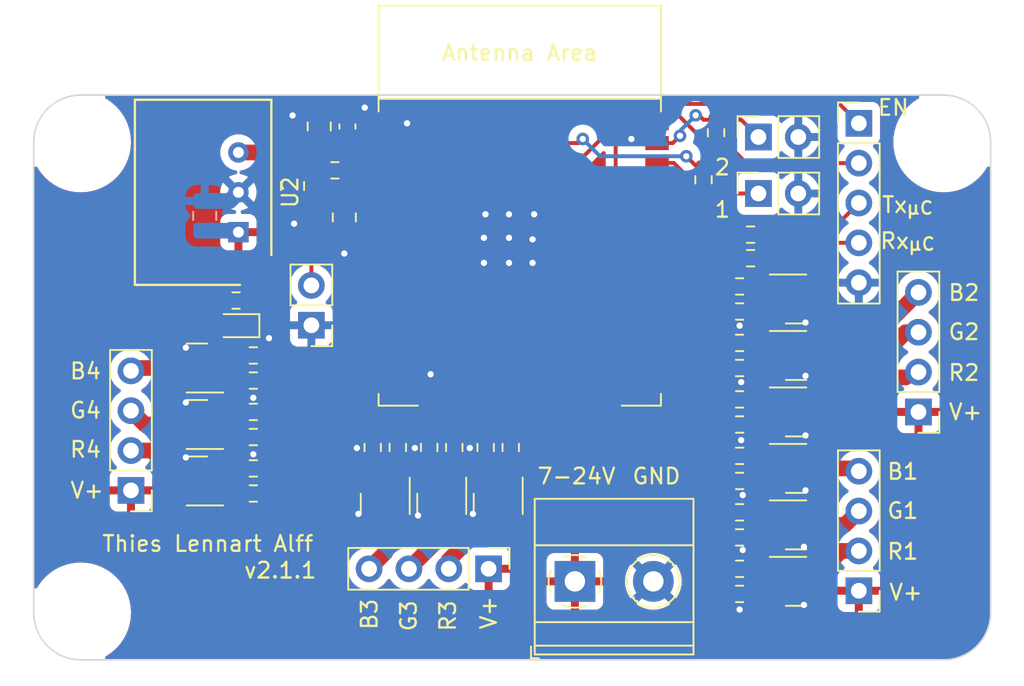
<source format=kicad_pcb>
(kicad_pcb (version 20221018) (generator pcbnew)

  (general
    (thickness 1.6)
  )

  (paper "A4")
  (layers
    (0 "F.Cu" signal)
    (31 "B.Cu" signal)
    (32 "B.Adhes" user "B.Adhesive")
    (33 "F.Adhes" user "F.Adhesive")
    (34 "B.Paste" user)
    (35 "F.Paste" user)
    (36 "B.SilkS" user "B.Silkscreen")
    (37 "F.SilkS" user "F.Silkscreen")
    (38 "B.Mask" user)
    (39 "F.Mask" user)
    (40 "Dwgs.User" user "User.Drawings")
    (41 "Cmts.User" user "User.Comments")
    (42 "Eco1.User" user "User.Eco1")
    (43 "Eco2.User" user "User.Eco2")
    (44 "Edge.Cuts" user)
    (45 "Margin" user)
    (46 "B.CrtYd" user "B.Courtyard")
    (47 "F.CrtYd" user "F.Courtyard")
    (48 "B.Fab" user)
    (49 "F.Fab" user)
    (50 "User.1" user)
    (51 "User.2" user)
    (52 "User.3" user)
    (53 "User.4" user)
    (54 "User.5" user)
    (55 "User.6" user)
    (56 "User.7" user)
    (57 "User.8" user)
    (58 "User.9" user)
  )

  (setup
    (stackup
      (layer "F.SilkS" (type "Top Silk Screen"))
      (layer "F.Paste" (type "Top Solder Paste"))
      (layer "F.Mask" (type "Top Solder Mask") (thickness 0.01))
      (layer "F.Cu" (type "copper") (thickness 0.035))
      (layer "dielectric 1" (type "core") (thickness 1.51) (material "FR4") (epsilon_r 4.5) (loss_tangent 0.02))
      (layer "B.Cu" (type "copper") (thickness 0.035))
      (layer "B.Mask" (type "Bottom Solder Mask") (thickness 0.01))
      (layer "B.Paste" (type "Bottom Solder Paste"))
      (layer "B.SilkS" (type "Bottom Silk Screen"))
      (copper_finish "None")
      (dielectric_constraints no)
    )
    (pad_to_mask_clearance 0)
    (pcbplotparams
      (layerselection 0x00010fc_ffffffff)
      (plot_on_all_layers_selection 0x0000000_00000000)
      (disableapertmacros false)
      (usegerberextensions false)
      (usegerberattributes true)
      (usegerberadvancedattributes true)
      (creategerberjobfile true)
      (dashed_line_dash_ratio 12.000000)
      (dashed_line_gap_ratio 3.000000)
      (svgprecision 6)
      (plotframeref false)
      (viasonmask false)
      (mode 1)
      (useauxorigin false)
      (hpglpennumber 1)
      (hpglpenspeed 20)
      (hpglpendiameter 15.000000)
      (dxfpolygonmode true)
      (dxfimperialunits true)
      (dxfusepcbnewfont true)
      (psnegative false)
      (psa4output false)
      (plotreference true)
      (plotvalue true)
      (plotinvisibletext false)
      (sketchpadsonfab false)
      (subtractmaskfromsilk false)
      (outputformat 1)
      (mirror false)
      (drillshape 1)
      (scaleselection 1)
      (outputdirectory "")
    )
  )

  (net 0 "")
  (net 1 "GND")
  (net 2 "+24V")
  (net 3 "+3V3")
  (net 4 "Net-(D1-Pad2)")
  (net 5 "Net-(J2-Pad3)")
  (net 6 "/BUTTON_1")
  (net 7 "/BUTTON_2")
  (net 8 "/RGB_2/pwm_nfet_1/SWITCHED_GND")
  (net 9 "/RGB_2/pwm_nfet_2/SWITCHED_GND")
  (net 10 "/RGB_2/pwm_nfet_3/SWITCHED_GND")
  (net 11 "/RGB_3/pwm_nfet_1/SWITCHED_GND")
  (net 12 "/RGB_3/pwm_nfet_2/SWITCHED_GND")
  (net 13 "/RGB_3/pwm_nfet_3/SWITCHED_GND")
  (net 14 "/RGB_1/pwm_nfet_1/SWITCHED_GND")
  (net 15 "/RGB_1/pwm_nfet_2/SWITCHED_GND")
  (net 16 "/RGB_1/pwm_nfet_3/SWITCHED_GND")
  (net 17 "/RGB_4/pwm_nfet_1/SWITCHED_GND")
  (net 18 "/RGB_4/pwm_nfet_2/SWITCHED_GND")
  (net 19 "/RGB_4/pwm_nfet_3/SWITCHED_GND")
  (net 20 "/EN")
  (net 21 "/BOOT_MODE")
  (net 22 "Net-(Q3-Pad1)")
  (net 23 "Net-(Q4-Pad1)")
  (net 24 "Net-(Q5-Pad1)")
  (net 25 "Net-(Q6-Pad1)")
  (net 26 "Net-(Q7-Pad1)")
  (net 27 "Net-(Q8-Pad1)")
  (net 28 "Net-(Q9-Pad1)")
  (net 29 "Net-(Q10-Pad1)")
  (net 30 "Net-(Q11-Pad1)")
  (net 31 "Net-(Q12-Pad1)")
  (net 32 "Net-(Q13-Pad1)")
  (net 33 "Net-(Q14-Pad1)")
  (net 34 "/TX_MC")
  (net 35 "/RX_MC")
  (net 36 "/RED_1_SIGNAL")
  (net 37 "/BLUE_1_SIGNAL")
  (net 38 "/RED_2_SIGNAL")
  (net 39 "/BLUE_2_SIGNAL")
  (net 40 "/GREEN_2_SIGNAL")
  (net 41 "/RED_3_SIGNAL")
  (net 42 "/BLUE_3_SIGNAL")
  (net 43 "/GREEN_3_SIGNAL")
  (net 44 "/RED_4_SIGNAL")
  (net 45 "/BLUE_4_SIGNAL")
  (net 46 "/GREEN_1_SIGNAL")
  (net 47 "/GREEN_4_SIGNAL")
  (net 48 "unconnected-(U1-Pad9)")
  (net 49 "unconnected-(U1-Pad8)")
  (net 50 "unconnected-(U1-Pad7)")
  (net 51 "unconnected-(U1-Pad6)")
  (net 52 "unconnected-(U1-Pad5)")
  (net 53 "unconnected-(U1-Pad4)")
  (net 54 "unconnected-(U1-Pad17)")
  (net 55 "unconnected-(U1-Pad18)")
  (net 56 "unconnected-(U1-Pad19)")
  (net 57 "unconnected-(U1-Pad20)")
  (net 58 "unconnected-(U1-Pad21)")
  (net 59 "unconnected-(U1-Pad22)")
  (net 60 "unconnected-(U1-Pad23)")
  (net 61 "unconnected-(U1-Pad24)")
  (net 62 "unconnected-(U1-Pad32)")
  (net 63 "unconnected-(U1-Pad33)")
  (net 64 "Net-(J2-Pad4)")

  (footprint "Resistor_SMD:R_0603_1608Metric" (layer "F.Cu") (at 107.81 100.4625 -90))

  (footprint "Resistor_SMD:R_0603_1608Metric" (layer "F.Cu") (at 123.7 83.4 90))

  (footprint "Connector_PinSocket_2.54mm:PinSocket_1x02_P2.54mm_Vertical" (layer "F.Cu") (at 127.2 84.275 90))

  (footprint "Resistor_SMD:R_0603_1608Metric" (layer "F.Cu") (at 95 101.8))

  (footprint "custom:MountingHole_3.2mm_M3_ISO7380" (layer "F.Cu") (at 139 81))

  (footprint "Resistor_SMD:R_0603_1608Metric" (layer "F.Cu") (at 104.21 100.4625 -90))

  (footprint "LED_SMD:LED_0603_1608Metric" (layer "F.Cu") (at 93.9 92.7 180))

  (footprint "Espressif:ESP32-WROOM-32E" (layer "F.Cu") (at 111.985 86.8))

  (footprint "custom:MountingHole_3.2mm_M3_ISO7380" (layer "F.Cu") (at 84 111))

  (footprint "Connector_PinHeader_2.54mm:PinHeader_1x04_P2.54mm_Vertical" (layer "F.Cu") (at 110 108.2 -90))

  (footprint "Resistor_SMD:R_0603_1608Metric" (layer "F.Cu") (at 126 101))

  (footprint "Resistor_SMD:R_0603_1608Metric" (layer "F.Cu") (at 126 97.4))

  (footprint "Resistor_SMD:R_0603_1608Metric" (layer "F.Cu") (at 93.9 91.1))

  (footprint "Connector_PinHeader_2.54mm:PinHeader_1x02_P2.54mm_Vertical" (layer "F.Cu") (at 98.7 92.675 180))

  (footprint "Connector_PinHeader_2.54mm:PinHeader_1x04_P2.54mm_Vertical" (layer "F.Cu") (at 133.6 109.6 180))

  (footprint "Connector_PinHeader_2.54mm:PinHeader_1x04_P2.54mm_Vertical" (layer "F.Cu") (at 137.4 98.2 180))

  (footprint "TerminalBlock_Phoenix:TerminalBlock_Phoenix_MKDS-1,5-2_1x02_P5.00mm_Horizontal" (layer "F.Cu") (at 115.5 109))

  (footprint "Connector_PinHeader_2.54mm:PinHeader_1x05_P2.54mm_Vertical" (layer "F.Cu") (at 133.6 79.8))

  (footprint "Package_TO_SOT_SMD:SOT-23" (layer "F.Cu") (at 129.6 91))

  (footprint "Package_TO_SOT_SMD:SOT-23" (layer "F.Cu") (at 91.4 102.6 180))

  (footprint "Resistor_SMD:R_0603_1608Metric" (layer "F.Cu") (at 95 94.6))

  (footprint "Resistor_SMD:R_0603_1608Metric" (layer "F.Cu") (at 126 106.2 180))

  (footprint "Resistor_SMD:R_0603_1608Metric" (layer "F.Cu") (at 95 99.8 180))

  (footprint "Package_SIP:SIP3_11.6x8.5mm" (layer "F.Cu") (at 94.05 86.74 90))

  (footprint "Resistor_SMD:R_0603_1608Metric" (layer "F.Cu") (at 126 108.2))

  (footprint "Resistor_SMD:R_0603_1608Metric" (layer "F.Cu") (at 106.21 100.4625 90))

  (footprint "Resistor_SMD:R_0603_1608Metric" (layer "F.Cu") (at 126 104.6))

  (footprint "Resistor_SMD:R_0603_1608Metric" (layer "F.Cu") (at 100.2 82.8))

  (footprint "Package_TO_SOT_SMD:SOT-23" (layer "F.Cu") (at 91.4 99 180))

  (footprint "Package_TO_SOT_SMD:SOT-23" (layer "F.Cu") (at 129.6 101.8))

  (footprint "Package_TO_SOT_SMD:SOT-23" (layer "F.Cu") (at 129.6 109))

  (footprint "Resistor_SMD:R_0603_1608Metric" (layer "F.Cu") (at 102.61 100.4625 90))

  (footprint "custom:MountingHole_3.2mm_M3_ISO7380" (layer "F.Cu") (at 84 81))

  (footprint "Resistor_SMD:R_0603_1608Metric" (layer "F.Cu") (at 124.5 80.4 -90))

  (footprint "Capacitor_SMD:C_0805_2012Metric" (layer "F.Cu") (at 99.2 80 90))

  (footprint "Connector_PinHeader_2.54mm:PinHeader_1x04_P2.54mm_Vertical" (layer "F.Cu") (at 87.2 103.2 180))

  (footprint "Package_TO_SOT_SMD:SOT-23" (layer "F.Cu") (at 107.01 104.0625 -90))

  (footprint "Resistor_SMD:R_0603_1608Metric" (layer "F.Cu") (at 95 98.2))

  (footprint "Resistor_SMD:R_0603_1608Metric" (layer "F.Cu") (at 126 95.4 180))

  (footprint "Capacitor_SMD:C_0805_2012Metric" (layer "F.Cu") (at 100.8 85.8 90))

  (footprint "Resistor_SMD:R_0603_1608Metric" (layer "F.Cu") (at 111.41 100.4625 -90))

  (footprint "Resistor_SMD:R_0603_1608Metric" (layer "F.Cu") (at 126 90.2))

  (footprint "Package_TO_SOT_SMD:SOT-23" (layer "F.Cu") (at 91.4 95.4 180))

  (footprint "Package_TO_SOT_SMD:SOT-23" (layer "F.Cu") (at 110.61 104.0625 -90))

  (footprint "Capacitor_SMD:C_0603_1608Metric" (layer "F.Cu") (at 101 80 90))

  (footprint "Package_TO_SOT_SMD:SOT-23" (layer "F.Cu") (at 103.41 104.0625 -90))

  (footprint "Resistor_SMD:R_0603_1608Metric" (layer "F.Cu") (at 126.7 88.4))

  (footprint "Resistor_SMD:R_0603_1608Metric" (layer "F.Cu") (at 126 102.6 180))

  (footprint "Resistor_SMD:R_0603_1608Metric" (layer "F.Cu") (at 126 109.8 180))

  (footprint "Capacitor_SMD:C_0805_2012Metric" (layer "F.Cu") (at 97.5 83.8 -90))

  (footprint "Resistor_SMD:R_0603_1608Metric" (layer "F.Cu") (at 109.81 100.4625 90))

  (footprint "Connector_PinSocket_2.54mm:PinSocket_1x02_P2.54mm_Vertical" (layer "F.Cu")
    (tstamp e88c1464-0383-41ff-8b0e-540172a1764b)
    (at 127.2 80.675 90)
    (descr "Through hole straight socket strip, 1x02, 2.54mm pitch, single row (from Kicad 4.0.7), script generated")
    (tags "Through hole socket strip THT 1x02 2.54mm single row")
    (property "Sheetfile" "led_strip_esp32.kicad_sch")
    (property "Sheetname" "")
    (path "/9cdb4e20-944f-4dfc-8808-9853e8f5db6b")
    (attr through_hole)
    (fp_text reference "J8" (at 0 -2.77 90) (layer "F.SilkS") hide
        (effects (font (size 1 1) (thickness 0.15)))
      (tstamp 2431cc3a-ad9b-49d1-8c68-d93481923a2a)
    )
    (fp_text value "BTN2" (at 0 5.31 90) (layer "F.Fab")
        (effects (font (size 1 1) (thickness 0.15)))
      (tstamp 20f8f8e1-00b8-4150-87f2-ee977756789d)
    )
    (fp_text user "${REFERENCE}" (at 0 1.27) (layer "F.Fab")
        (effects (font (size 1 1) (thickness 0.15)))
      (tstamp 2ad1156c-5462-4c29-a1e1-f092b0ddabe3)
    )
    (fp_line (start -1.33 1.27) (end -1.33 3.87)
      (stroke (width 0.12) (type solid)) (layer "F.SilkS") (tstamp 283d21eb-aba0-46bd-9967-ce173e96a637))
    (fp_line (start -1.33 1.27) (end 1.33 1.27)
      (stroke (width 0.12) (type solid)) (layer "F.SilkS") (tstamp 81aaf2b0-cc66-4b26-8580-2cab1a066bcd))
    (fp_line (start -1.33 3.87) (end 1.33 3.87)
      (stroke (width 0.12) (type solid)) (layer "F.SilkS") (tstamp 628b68c7-cb6b-4723-91f8-330e7191c6b2))
    (fp_line (start 0 -1.33) (end 1.33 -1.33)
      (stroke (width 0.12) (type solid)) (layer "F.SilkS") (tstamp 9a9b7e0e-1dd8-4193-a719-48a4588e5a20))
    (fp_line (start 1.33 -1.33) (end 1.33 0)
      (stroke (width 0.12) (type solid)) (layer "F.SilkS") (tstamp 656d3c97-af37-4538-a298-64fac797184f))
    (fp_line (start 1.33 1.27) (end 1.33 3.87)
      (stroke (width 0.12) (type solid)) (layer "F.SilkS") (tstamp 55edc68c-a5f2-4247-b8df-e1a9c54ee9f5))
    (fp_
... [256071 chars truncated]
</source>
